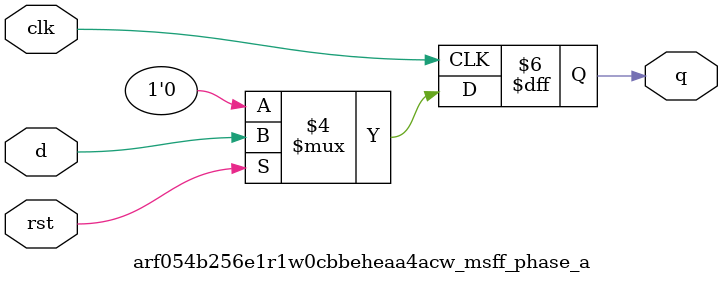
<source format=sv>
`ifndef ARF054B256E1R1W0CBBEHEAA4ACW_MSFF_PHASE_A_SV
`define ARF054B256E1R1W0CBBEHEAA4ACW_MSFF_PHASE_A_SV

module arf054b256e1r1w0cbbeheaa4acw_msff_phase_a #
(
  parameter DWIDTH = 1
)
(
  input  logic [DWIDTH-1:0] d,
  input  logic clk,
  input  logic rst,
  output logic [DWIDTH-1:0] q
);

always_ff @ (posedge clk) begin
  if (~rst) begin
    q <= '0;
  end
  else begin
    q <= d;
  end
end

endmodule // arf054b256e1r1w0cbbeheaa4acw_msff_phase_a

`endif // ARF054B256E1R1W0CBBEHEAA4ACW_MSFF_PHASE_A_SV
</source>
